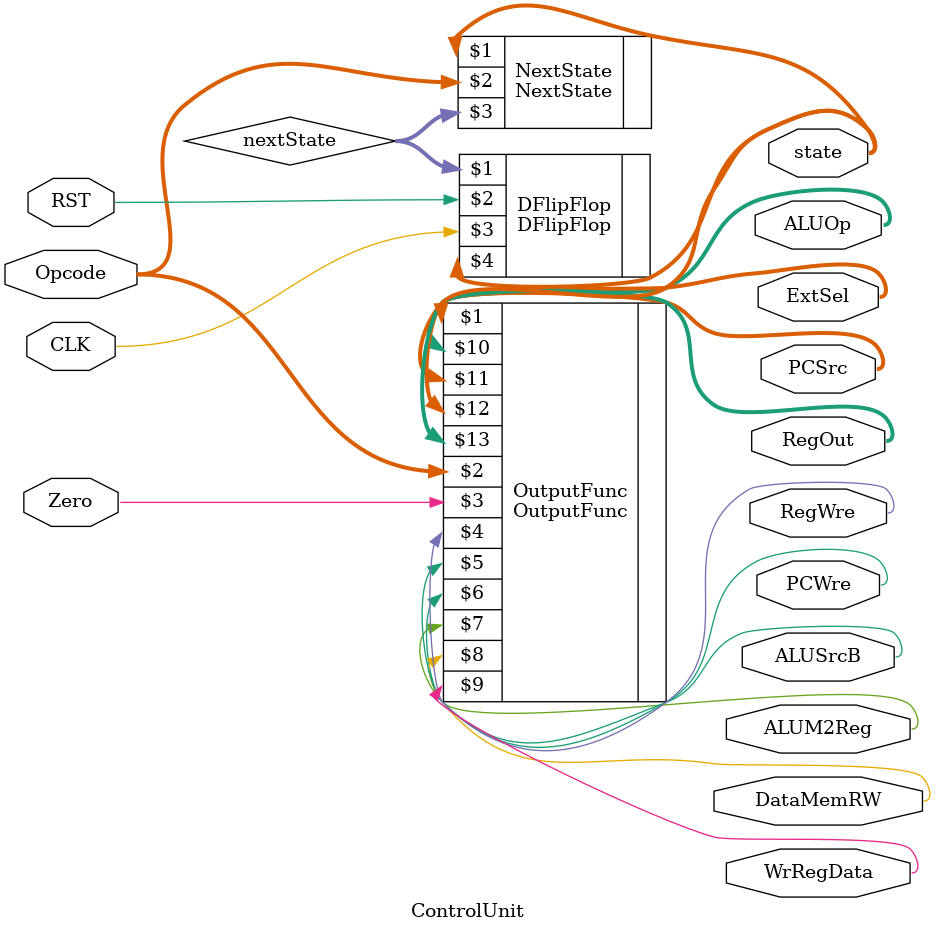
<source format=v>
`timescale 1ns / 1ps
module ControlUnit(
	Opcode,
	Zero,
	RegWre,
	PCWre,
	ALUSrcB,
	ALUOp,
	ALUM2Reg,
	RegOut,
	DataMemRW,
	PCSrc,
	ExtSel,
	WrRegData,
	//IRWre,
	CLK,
	RST,
	state
    );
	input[5:0] Opcode;
	input Zero, CLK, RST;
	output RegWre, PCWre, ALUSrcB, ALUM2Reg, DataMemRW, WrRegData/*, IRWre*/;
	output [2:0] ALUOp;
	output [1:0] ExtSel;
	output [1:0] PCSrc;
	output [1:0] RegOut;
	output [2:0] state;
	wire [2:0] nextState;
	
	parameter [2:0] IF = 3'b000,
					ID = 3'b001,
					EXE_3stages = 3'b101,
					EXE_4stages = 3'b110,
					EXE_5stages = 3'b010,
					MEM = 3'b011,
					WB_4stages = 3'b111,
					WB_5stages = 3'b100;


	parameter [5:0] add = 6'b000000,
					addi = 6'b000010,
					sub = 6'b000001,
					ori = 6'b010010,
					And = 6'b010001,
					Or = 6'b010000,
					move = 6'b100000,
					sw = 6'b110000,
					lw = 6'b110001,
					beq = 6'b110100,
					halt = 6'b111111,
					sll = 6'b011000,
					slt = 6'b100111,
					j = 6'b111000,
					jr = 6'b111001,
					jal = 6'b111010;

	DFlipFlop DFlipFlop(nextState, RST, CLK, state);
	NextState NextState(state, Opcode, nextState);
	OutputFunc OutputFunc(state, Opcode, Zero, 
		RegWre, PCWre, ALUSrcB, ALUM2Reg, DataMemRW, WrRegData,/* IRWre,*/
		ALUOp, ExtSel, PCSrc, RegOut);

endmodule

</source>
